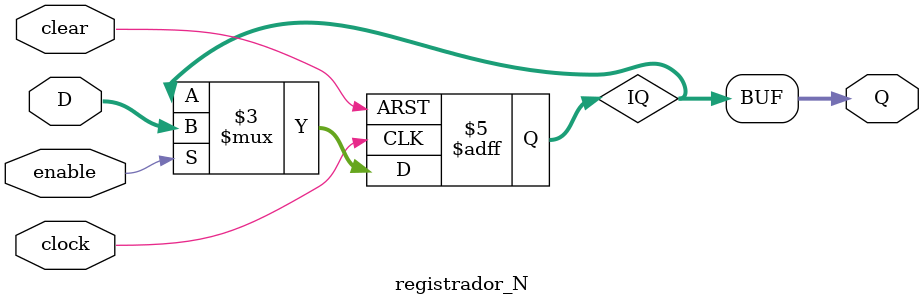
<source format=v>
module registrador_N #(parameter N=4) (
    input        clock,
    input        clear,
    input        enable,
    input  [N-1:0] D,
    output [N-1:0] Q
);

    reg [N-1:0] IQ;
    initial IQ = 0;

    always @(posedge clock or posedge clear) begin
        if (clear)
            IQ <= 0;
        else if (enable)
            IQ <= D;
    end

    assign Q = IQ;

endmodule
</source>
